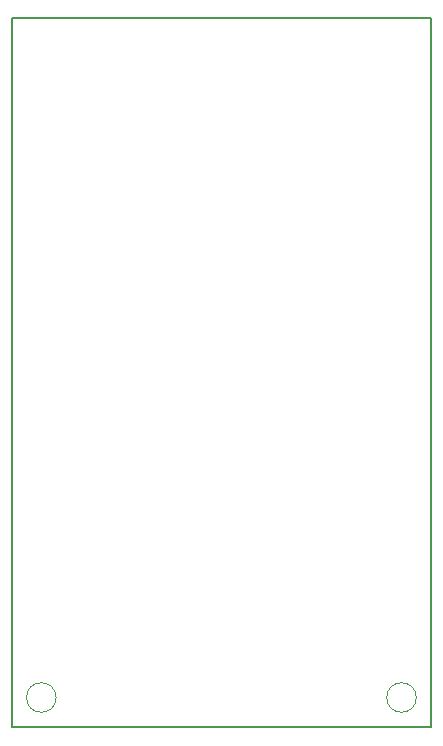
<source format=gbr>
%TF.GenerationSoftware,KiCad,Pcbnew,8.0.1*%
%TF.CreationDate,2024-03-23T20:17:52-05:00*%
%TF.ProjectId,TTWR Keypad,54545752-204b-4657-9970-61642e6b6963,V01*%
%TF.SameCoordinates,Original*%
%TF.FileFunction,Profile,NP*%
%FSLAX46Y46*%
G04 Gerber Fmt 4.6, Leading zero omitted, Abs format (unit mm)*
G04 Created by KiCad (PCBNEW 8.0.1) date 2024-03-23 20:17:52*
%MOMM*%
%LPD*%
G01*
G04 APERTURE LIST*
%TA.AperFunction,Profile*%
%ADD10C,0.100000*%
%TD*%
%TA.AperFunction,Profile*%
%ADD11C,0.200000*%
%TD*%
G04 APERTURE END LIST*
D10*
X153750000Y-97500000D02*
G75*
G02*
X151250000Y-97500000I-1250000J0D01*
G01*
X151250000Y-97500000D02*
G75*
G02*
X153750000Y-97500000I1250000J0D01*
G01*
D11*
X150000000Y-40000000D02*
X185500000Y-40000000D01*
X185500000Y-100000000D01*
X150000000Y-100000000D01*
X150000000Y-40000000D01*
D10*
X184250000Y-97500000D02*
G75*
G02*
X181750000Y-97500000I-1250000J0D01*
G01*
X181750000Y-97500000D02*
G75*
G02*
X184250000Y-97500000I1250000J0D01*
G01*
M02*

</source>
